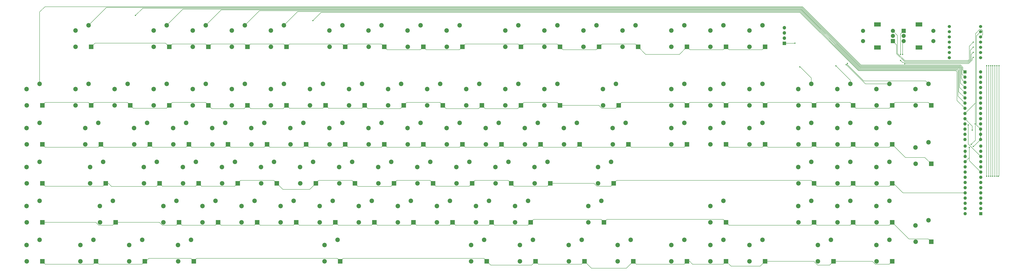
<source format=gbr>
%TF.GenerationSoftware,KiCad,Pcbnew,8.0.8*%
%TF.CreationDate,2025-11-12T22:54:25+00:00*%
%TF.ProjectId,Blueboard-Kicad,426c7565-626f-4617-9264-2d4b69636164,rev?*%
%TF.SameCoordinates,Original*%
%TF.FileFunction,Copper,L2,Bot*%
%TF.FilePolarity,Positive*%
%FSLAX46Y46*%
G04 Gerber Fmt 4.6, Leading zero omitted, Abs format (unit mm)*
G04 Created by KiCad (PCBNEW 8.0.8) date 2025-11-12 22:54:25*
%MOMM*%
%LPD*%
G01*
G04 APERTURE LIST*
%TA.AperFunction,ComponentPad*%
%ADD10C,2.200000*%
%TD*%
%TA.AperFunction,ComponentPad*%
%ADD11R,2.000000X2.000000*%
%TD*%
%TA.AperFunction,ComponentPad*%
%ADD12C,2.000000*%
%TD*%
%TA.AperFunction,ComponentPad*%
%ADD13R,3.200000X2.000000*%
%TD*%
%TA.AperFunction,ComponentPad*%
%ADD14R,1.700000X1.700000*%
%TD*%
%TA.AperFunction,ComponentPad*%
%ADD15O,1.700000X1.700000*%
%TD*%
%TA.AperFunction,ComponentPad*%
%ADD16R,1.600000X1.600000*%
%TD*%
%TA.AperFunction,ComponentPad*%
%ADD17O,1.600000X1.600000*%
%TD*%
%TA.AperFunction,ComponentPad*%
%ADD18C,1.524000*%
%TD*%
%TA.AperFunction,ComponentPad*%
%ADD19R,2.200000X2.200000*%
%TD*%
%TA.AperFunction,ComponentPad*%
%ADD20O,2.200000X2.200000*%
%TD*%
%TA.AperFunction,ViaPad*%
%ADD21C,0.600000*%
%TD*%
%TA.AperFunction,Conductor*%
%ADD22C,0.200000*%
%TD*%
G04 APERTURE END LIST*
D10*
%TO.P,SW53,1,1*%
%TO.N,C15*%
X324012500Y-174960000D03*
%TO.P,SW53,2,2*%
%TO.N,Net-(D75-A)*%
X317662500Y-177500000D03*
%TD*%
%TO.P,SW52,1,1*%
%TO.N,C14*%
X300200000Y-174960000D03*
%TO.P,SW52,2,2*%
%TO.N,Net-(D72-A)*%
X293850000Y-177500000D03*
%TD*%
%TO.P,SW98,1,1*%
%TO.N,C3*%
X88268750Y-232110000D03*
%TO.P,SW98,2,2*%
%TO.N,Net-(D16-A)*%
X81918750Y-234650000D03*
%TD*%
%TO.P,SW71,1,1*%
%TO.N,C11*%
X247812500Y-194010000D03*
%TO.P,SW71,2,2*%
%TO.N,Net-(D57-A)*%
X241462500Y-196550000D03*
%TD*%
%TO.P,SW58,1,1*%
%TO.N,C21*%
X433550000Y-174960000D03*
%TO.P,SW58,2,2*%
%TO.N,Net-(D99-A)*%
X427200000Y-177500000D03*
%TD*%
%TO.P,SW102,1,1*%
%TO.N,C11*%
X278768750Y-232110000D03*
%TO.P,SW102,2,2*%
%TO.N,Net-(D59-A)*%
X272418750Y-234650000D03*
%TD*%
%TO.P,SW100,1,1*%
%TO.N,C7*%
X183518750Y-232110000D03*
%TO.P,SW100,2,2*%
%TO.N,Net-(D38-A)*%
X177168750Y-234650000D03*
%TD*%
%TO.P,SW47,1,1*%
%TO.N,C9*%
X204950000Y-174960000D03*
%TO.P,SW47,2,2*%
%TO.N,Net-(D44-A)*%
X198600000Y-177500000D03*
%TD*%
%TO.P,SW61,1,1*%
%TO.N,C1*%
X38262500Y-194010000D03*
%TO.P,SW61,2,2*%
%TO.N,Net-(D4-A)*%
X31912500Y-196550000D03*
%TD*%
%TO.P,SW93,1,1*%
%TO.N,C21*%
X433550000Y-213060000D03*
%TO.P,SW93,2,2*%
%TO.N,Net-(D101-A)*%
X427200000Y-215600000D03*
%TD*%
%TO.P,SW30,1,1*%
%TO.N,C14*%
X290675000Y-155910000D03*
%TO.P,SW30,2,2*%
%TO.N,Net-(D66-A)*%
X284325000Y-158450000D03*
%TD*%
%TO.P,SW23,1,1*%
%TO.N,C7*%
X157325000Y-155910000D03*
%TO.P,SW23,2,2*%
%TO.N,Net-(D34-A)*%
X150975000Y-158450000D03*
%TD*%
D11*
%TO.P,ROT3,A,A*%
%TO.N,ENC1_B*%
X459500000Y-130000000D03*
D12*
%TO.P,ROT3,B,B*%
%TO.N,ENC1_A*%
X459500000Y-135000000D03*
%TO.P,ROT3,C,C*%
%TO.N,GND*%
X459500000Y-132500000D03*
D13*
%TO.P,ROT3,GND*%
X467000000Y-126900000D03*
X467000000Y-138100000D03*
D12*
%TO.P,ROT3,S1,S1*%
%TO.N,ENC1_SW*%
X474000000Y-135000000D03*
%TO.P,ROT3,S2,S2*%
%TO.N,GND*%
X474000000Y-130000000D03*
%TD*%
D10*
%TO.P,SW69,1,1*%
%TO.N,C9*%
X209712500Y-194010000D03*
%TO.P,SW69,2,2*%
%TO.N,Net-(D45-A)*%
X203362500Y-196550000D03*
%TD*%
%TO.P,SW37,1,1*%
%TO.N,C22*%
X452600000Y-155910000D03*
%TO.P,SW37,2,2*%
%TO.N,Net-(D102-A)*%
X446250000Y-158450000D03*
%TD*%
%TO.P,SW64,1,1*%
%TO.N,C4*%
X114462500Y-194010000D03*
%TO.P,SW64,2,2*%
%TO.N,Net-(D20-A)*%
X108112500Y-196550000D03*
%TD*%
%TO.P,SW65,1,1*%
%TO.N,C5*%
X133512500Y-194010000D03*
%TO.P,SW65,2,2*%
%TO.N,Net-(D26-A)*%
X127162500Y-196550000D03*
%TD*%
%TO.P,SW5,1,1*%
%TO.N,C7*%
X157325000Y-127335000D03*
%TO.P,SW5,2,2*%
%TO.N,Net-(D33-A)*%
X150975000Y-129875000D03*
%TD*%
%TO.P,SW105,1,1*%
%TO.N,C17*%
X352587500Y-232110000D03*
%TO.P,SW105,2,2*%
%TO.N,Net-(D85-A)*%
X346237500Y-234650000D03*
%TD*%
%TO.P,SW75,1,1*%
%TO.N,C20*%
X414500000Y-194010000D03*
%TO.P,SW75,2,2*%
%TO.N,Net-(D92-A)*%
X408150000Y-196550000D03*
%TD*%
%TO.P,SW82,1,1*%
%TO.N,C5*%
X143037500Y-213060000D03*
%TO.P,SW82,2,2*%
%TO.N,Net-(D27-A)*%
X136687500Y-215600000D03*
%TD*%
%TO.P,SW96,1,1*%
%TO.N,C1*%
X38262500Y-232110000D03*
%TO.P,SW96,2,2*%
%TO.N,Net-(D6-A)*%
X31912500Y-234650000D03*
%TD*%
%TO.P,SW85,1,1*%
%TO.N,C8*%
X200187500Y-213060000D03*
%TO.P,SW85,2,2*%
%TO.N,Net-(D42-A)*%
X193837500Y-215600000D03*
%TD*%
%TO.P,SW15,1,1*%
%TO.N,C18*%
X371637500Y-127335000D03*
%TO.P,SW15,2,2*%
%TO.N,Net-(D83-A)*%
X365287500Y-129875000D03*
%TD*%
%TO.P,SW86,1,1*%
%TO.N,C9*%
X219237500Y-213060000D03*
%TO.P,SW86,2,2*%
%TO.N,Net-(D46-A)*%
X212887500Y-215600000D03*
%TD*%
%TO.P,SW68,1,1*%
%TO.N,C8*%
X190662500Y-194010000D03*
%TO.P,SW68,2,2*%
%TO.N,Net-(D41-A)*%
X184312500Y-196550000D03*
%TD*%
%TO.P,SW87,1,1*%
%TO.N,C10*%
X238287500Y-213060000D03*
%TO.P,SW87,2,2*%
%TO.N,Net-(D52-A)*%
X231937500Y-215600000D03*
%TD*%
%TO.P,SW44,1,1*%
%TO.N,C6*%
X147800000Y-174960000D03*
%TO.P,SW44,2,2*%
%TO.N,Net-(D30-A)*%
X141450000Y-177500000D03*
%TD*%
%TO.P,SW88,1,1*%
%TO.N,C11*%
X257337500Y-213060000D03*
%TO.P,SW88,2,2*%
%TO.N,Net-(D58-A)*%
X250987500Y-215600000D03*
%TD*%
%TO.P,SW55,1,1*%
%TO.N,C18*%
X371637500Y-174960000D03*
%TO.P,SW55,2,2*%
%TO.N,Net-(D86-A)*%
X365287500Y-177500000D03*
%TD*%
%TO.P,SW83,1,1*%
%TO.N,C6*%
X162087500Y-213060000D03*
%TO.P,SW83,2,2*%
%TO.N,Net-(D32-A)*%
X155737500Y-215600000D03*
%TD*%
%TO.P,SW38,1,1*%
%TO.N,C23*%
X471650000Y-155910000D03*
%TO.P,SW38,2,2*%
%TO.N,Net-(D107-A)*%
X465300000Y-158450000D03*
%TD*%
%TO.P,SW13,1,1*%
%TO.N,C16*%
X328775000Y-127335000D03*
%TO.P,SW13,2,2*%
%TO.N,Net-(D79-A)*%
X322425000Y-129875000D03*
%TD*%
%TO.P,SW2,1,1*%
%TO.N,C4*%
X100175000Y-127335000D03*
%TO.P,SW2,2,2*%
%TO.N,Net-(D17-A)*%
X93825000Y-129875000D03*
%TD*%
%TO.P,SW107,1,1*%
%TO.N,C19*%
X390687500Y-232110000D03*
%TO.P,SW107,2,2*%
%TO.N,Net-(D93-A)*%
X384337500Y-234650000D03*
%TD*%
%TO.P,SW31,2,2*%
%TO.N,Net-(D74-A)*%
X312900000Y-158450000D03*
%TO.P,SW31,1,1*%
%TO.N,C15*%
X319250000Y-155910000D03*
%TD*%
%TO.P,SW11,1,1*%
%TO.N,C14*%
X290675000Y-127335000D03*
%TO.P,SW11,2,2*%
%TO.N,Net-(D77-A)*%
X284325000Y-129875000D03*
%TD*%
%TO.P,SW78,1,1*%
%TO.N,C1*%
X38262500Y-213060000D03*
%TO.P,SW78,2,2*%
%TO.N,Net-(D5-A)*%
X31912500Y-215600000D03*
%TD*%
%TO.P,SW73,1,1*%
%TO.N,C13*%
X285912500Y-194010000D03*
%TO.P,SW73,2,2*%
%TO.N,Net-(D69-A)*%
X279562500Y-196550000D03*
%TD*%
%TO.P,SW16,1,1*%
%TO.N,C19*%
X390687500Y-127335000D03*
%TO.P,SW16,2,2*%
%TO.N,Net-(D89-A)*%
X384337500Y-129875000D03*
%TD*%
%TO.P,SW29,1,1*%
%TO.N,C13*%
X271625000Y-155910000D03*
%TO.P,SW29,2,2*%
%TO.N,Net-(D67-A)*%
X265275000Y-158450000D03*
%TD*%
%TO.P,SW27,1,1*%
%TO.N,C11*%
X233525000Y-155910000D03*
%TO.P,SW27,2,2*%
%TO.N,Net-(D55-A)*%
X227175000Y-158450000D03*
%TD*%
%TO.P,SW90,1,1*%
%TO.N,C15*%
X312106250Y-213060000D03*
%TO.P,SW90,2,2*%
%TO.N,Net-(D70-A)*%
X305756250Y-215600000D03*
%TD*%
%TO.P,SW76,1,1*%
%TO.N,C21*%
X433550000Y-194010000D03*
%TO.P,SW76,2,2*%
%TO.N,Net-(D100-A)*%
X427200000Y-196550000D03*
%TD*%
%TO.P,SW22,1,1*%
%TO.N,C6*%
X138275000Y-155910000D03*
%TO.P,SW22,2,2*%
%TO.N,Net-(D29-A)*%
X131925000Y-158450000D03*
%TD*%
%TO.P,SW40,1,1*%
%TO.N,C2*%
X66837500Y-174960000D03*
%TO.P,SW40,2,2*%
%TO.N,Net-(D8-A)*%
X60487500Y-177500000D03*
%TD*%
%TO.P,SW34,1,1*%
%TO.N,C19*%
X390687500Y-155910000D03*
%TO.P,SW34,2,2*%
%TO.N,Net-(D90-A)*%
X384337500Y-158450000D03*
%TD*%
%TO.P,SW25,1,1*%
%TO.N,C9*%
X195425000Y-155910000D03*
%TO.P,SW25,2,2*%
%TO.N,Net-(D43-A)*%
X189075000Y-158450000D03*
%TD*%
%TO.P,SW66,1,1*%
%TO.N,C6*%
X152562500Y-194010000D03*
%TO.P,SW66,2,2*%
%TO.N,Net-(D31-A)*%
X146212500Y-196550000D03*
%TD*%
%TO.P,SW48,1,1*%
%TO.N,C10*%
X224000000Y-174960000D03*
%TO.P,SW48,2,2*%
%TO.N,Net-(D50-A)*%
X217650000Y-177500000D03*
%TD*%
%TO.P,SW14,1,1*%
%TO.N,C17*%
X352587500Y-127335000D03*
%TO.P,SW14,2,2*%
%TO.N,Net-(D80-A)*%
X346237500Y-129875000D03*
%TD*%
%TO.P,SW36,1,1*%
%TO.N,C21*%
X433550000Y-155910000D03*
%TO.P,SW36,2,2*%
%TO.N,Net-(D98-A)*%
X427200000Y-158450000D03*
%TD*%
%TO.P,SW79,1,1*%
%TO.N,C2*%
X73981250Y-213060000D03*
%TO.P,SW79,2,2*%
%TO.N,Net-(D10-A)*%
X67631250Y-215600000D03*
%TD*%
%TO.P,SW106,1,1*%
%TO.N,C18*%
X371637500Y-232110000D03*
%TO.P,SW106,2,2*%
%TO.N,Net-(D87-A)*%
X365287500Y-234650000D03*
%TD*%
D14*
%TO.P,J1,1,Pin_1*%
%TO.N,GND*%
X401385000Y-136080000D03*
D15*
%TO.P,J1,2,Pin_2*%
%TO.N,VCC*%
X401385000Y-133540000D03*
%TO.P,J1,3,Pin_3*%
%TO.N,SCL*%
X401385000Y-131000000D03*
%TO.P,J1,4,Pin_4*%
%TO.N,SDA*%
X401385000Y-128460000D03*
%TD*%
D11*
%TO.P,ROT2,A,A*%
%TO.N,ENC2_A*%
X454250000Y-135000000D03*
D12*
%TO.P,ROT2,B,B*%
%TO.N,ENC2_B*%
X454250000Y-130000000D03*
%TO.P,ROT2,C,C*%
%TO.N,GND*%
X454250000Y-132500000D03*
D13*
%TO.P,ROT2,GND*%
X446750000Y-138100000D03*
X446750000Y-126900000D03*
D12*
%TO.P,ROT2,S1,S1*%
%TO.N,ENC2_SW*%
X439750000Y-130000000D03*
%TO.P,ROT2,S2,S2*%
%TO.N,GND*%
X439750000Y-135000000D03*
%TD*%
D10*
%TO.P,SW17,1,1*%
%TO.N,C1*%
X38262500Y-155910000D03*
%TO.P,SW17,2,2*%
%TO.N,Net-(D1-A)*%
X31912500Y-158450000D03*
%TD*%
%TO.P,SW57,1,1*%
%TO.N,C20*%
X414500000Y-174960000D03*
%TO.P,SW57,2,2*%
%TO.N,Net-(D95-A)*%
X408150000Y-177500000D03*
%TD*%
%TO.P,SW97,1,1*%
%TO.N,C2*%
X64456250Y-232110000D03*
%TO.P,SW97,2,2*%
%TO.N,Net-(D11-A)*%
X58106250Y-234650000D03*
%TD*%
%TO.P,SW99,1,1*%
%TO.N,C4*%
X112081250Y-232110000D03*
%TO.P,SW99,2,2*%
%TO.N,Net-(D22-A)*%
X105731250Y-234650000D03*
%TD*%
%TO.P,SW32,1,1*%
%TO.N,C17*%
X352587500Y-155910000D03*
%TO.P,SW32,2,2*%
%TO.N,Net-(D81-A)*%
X346237500Y-158450000D03*
%TD*%
%TO.P,SW28,1,1*%
%TO.N,C12*%
X252575000Y-155910000D03*
%TO.P,SW28,2,2*%
%TO.N,Net-(D61-A)*%
X246225000Y-158450000D03*
%TD*%
%TO.P,SW24,1,1*%
%TO.N,C8*%
X176375000Y-155910000D03*
%TO.P,SW24,2,2*%
%TO.N,Net-(D39-A)*%
X170025000Y-158450000D03*
%TD*%
%TO.P,SW92,1,1*%
%TO.N,C20*%
X414500000Y-213060000D03*
%TO.P,SW92,2,2*%
%TO.N,Net-(D97-A)*%
X408150000Y-215600000D03*
%TD*%
D16*
%TO.P,U4,1,GPB0*%
%TO.N,C1*%
X489380000Y-150100000D03*
D17*
%TO.P,U4,2,GPB1*%
%TO.N,C2*%
X489380000Y-152640000D03*
%TO.P,U4,3,GPB2*%
%TO.N,C3*%
X489380000Y-155180000D03*
%TO.P,U4,4,GPB3*%
%TO.N,C4*%
X489380000Y-157720000D03*
%TO.P,U4,5,GPB4*%
%TO.N,C5*%
X489380000Y-160260000D03*
%TO.P,U4,6,GPB5*%
%TO.N,C6*%
X489380000Y-162800000D03*
%TO.P,U4,7,GPB6*%
%TO.N,C7*%
X489380000Y-165340000D03*
%TO.P,U4,8,GPB7*%
%TO.N,C8*%
X489380000Y-167880000D03*
%TO.P,U4,9,VDD*%
%TO.N,VCC*%
X489380000Y-170420000D03*
%TO.P,U4,10,VSS*%
%TO.N,GND*%
X489380000Y-172960000D03*
%TO.P,U4,11,NC*%
%TO.N,unconnected-(U4-NC-Pad11)*%
X489380000Y-175500000D03*
%TO.P,U4,12,SCK*%
%TO.N,SCL*%
X489380000Y-178040000D03*
%TO.P,U4,13,SDA*%
%TO.N,SDA*%
X489380000Y-180580000D03*
%TO.P,U4,14,NC*%
%TO.N,unconnected-(U4-NC-Pad14)*%
X489380000Y-183120000D03*
%TO.P,U4,15,A0*%
%TO.N,GND*%
X497000000Y-183120000D03*
%TO.P,U4,16,A1*%
X497000000Y-180580000D03*
%TO.P,U4,17,A2*%
X497000000Y-178040000D03*
%TO.P,U4,18,~{RESET}*%
%TO.N,VCC*%
X497000000Y-175500000D03*
%TO.P,U4,19,INTB*%
%TO.N,unconnected-(U4-INTB-Pad19)*%
X497000000Y-172960000D03*
%TO.P,U4,20,INTA*%
%TO.N,unconnected-(U4-INTA-Pad20)*%
X497000000Y-170420000D03*
%TO.P,U4,21,GPA0*%
%TO.N,C9*%
X497000000Y-167880000D03*
%TO.P,U4,22,GPA1*%
%TO.N,C10*%
X497000000Y-165340000D03*
%TO.P,U4,23,GPA2*%
%TO.N,C11*%
X497000000Y-162800000D03*
%TO.P,U4,24,GPA3*%
%TO.N,C12*%
X497000000Y-160260000D03*
%TO.P,U4,25,GPA4*%
%TO.N,C13*%
X497000000Y-157720000D03*
%TO.P,U4,26,GPA5*%
%TO.N,C14*%
X497000000Y-155180000D03*
%TO.P,U4,27,GPA6*%
%TO.N,C15*%
X497000000Y-152640000D03*
%TO.P,U4,28,GPA7*%
%TO.N,C16*%
X497000000Y-150100000D03*
%TD*%
D10*
%TO.P,SW46,1,1*%
%TO.N,C8*%
X185900000Y-174960000D03*
%TO.P,SW46,2,2*%
%TO.N,Net-(D40-A)*%
X179550000Y-177500000D03*
%TD*%
%TO.P,SW7,1,1*%
%TO.N,C10*%
X204950000Y-127335000D03*
%TO.P,SW7,2,2*%
%TO.N,Net-(D48-A)*%
X198600000Y-129875000D03*
%TD*%
%TO.P,SW6,1,1*%
%TO.N,C9*%
X185900000Y-127335000D03*
%TO.P,SW6,2,2*%
%TO.N,Net-(D47-A)*%
X179550000Y-129875000D03*
%TD*%
%TO.P,SW42,1,1*%
%TO.N,C4*%
X109700000Y-174960000D03*
%TO.P,SW42,2,2*%
%TO.N,Net-(D19-A)*%
X103350000Y-177500000D03*
%TD*%
%TO.P,SW62,1,1*%
%TO.N,C2*%
X69218750Y-194010000D03*
%TO.P,SW62,2,2*%
%TO.N,Net-(D9-A)*%
X62868750Y-196550000D03*
%TD*%
%TO.P,SW72,1,1*%
%TO.N,C12*%
X266862500Y-194010000D03*
%TO.P,SW72,2,2*%
%TO.N,Net-(D63-A)*%
X260512500Y-196550000D03*
%TD*%
%TO.P,SW20,1,1*%
%TO.N,C4*%
X100175000Y-155910000D03*
%TO.P,SW20,2,2*%
%TO.N,Net-(D18-A)*%
X93825000Y-158450000D03*
%TD*%
%TO.P,SW91,1,1*%
%TO.N,C18*%
X371637500Y-213060000D03*
%TO.P,SW91,2,2*%
%TO.N,Net-(D88-A)*%
X365287500Y-215600000D03*
%TD*%
%TO.P,SW41,1,1*%
%TO.N,C3*%
X90650000Y-174960000D03*
%TO.P,SW41,2,2*%
%TO.N,Net-(D13-A)*%
X84300000Y-177500000D03*
%TD*%
%TO.P,SW35,1,1*%
%TO.N,C20*%
X414500000Y-155910000D03*
%TO.P,SW35,2,2*%
%TO.N,Net-(D94-A)*%
X408150000Y-158450000D03*
%TD*%
%TO.P,SW67,1,1*%
%TO.N,C7*%
X171612500Y-194010000D03*
%TO.P,SW67,2,2*%
%TO.N,Net-(D36-A)*%
X165262500Y-196550000D03*
%TD*%
%TO.P,SW95,2,2*%
%TO.N,Net-(D110-A)*%
X465300000Y-225125000D03*
%TO.P,SW95,1,1*%
%TO.N,C23*%
X471650000Y-222585000D03*
%TD*%
%TO.P,SW9,1,1*%
%TO.N,C12*%
X243050000Y-127335000D03*
%TO.P,SW9,2,2*%
%TO.N,Net-(D60-A)*%
X236700000Y-129875000D03*
%TD*%
%TO.P,SW33,1,1*%
%TO.N,C18*%
X371637500Y-155910000D03*
%TO.P,SW33,2,2*%
%TO.N,Net-(D84-A)*%
X365287500Y-158450000D03*
%TD*%
%TO.P,SW70,1,1*%
%TO.N,C10*%
X228762500Y-194010000D03*
%TO.P,SW70,2,2*%
%TO.N,Net-(D51-A)*%
X222412500Y-196550000D03*
%TD*%
%TO.P,SW63,1,1*%
%TO.N,C3*%
X95412500Y-194010000D03*
%TO.P,SW63,2,2*%
%TO.N,Net-(D14-A)*%
X89062500Y-196550000D03*
%TD*%
D16*
%TO.P,U3,1,GPB0*%
%TO.N,C17*%
X497120000Y-219360000D03*
D17*
%TO.P,U3,2,GPB1*%
%TO.N,C18*%
X497120000Y-216820000D03*
%TO.P,U3,3,GPB2*%
%TO.N,C19*%
X497120000Y-214280000D03*
%TO.P,U3,4,GPB3*%
%TO.N,C20*%
X497120000Y-211740000D03*
%TO.P,U3,5,GPB4*%
%TO.N,C21*%
X497120000Y-209200000D03*
%TO.P,U3,6,GPB5*%
%TO.N,C22*%
X497120000Y-206660000D03*
%TO.P,U3,7,GPB6*%
%TO.N,C23*%
X497120000Y-204120000D03*
%TO.P,U3,8,GPB7*%
%TO.N,unconnected-(U3-GPB7-Pad8)*%
X497120000Y-201580000D03*
%TO.P,U3,9,VDD*%
%TO.N,VCC*%
X497120000Y-199040000D03*
%TO.P,U3,10,VSS*%
%TO.N,GND*%
X497120000Y-196500000D03*
%TO.P,U3,11,NC*%
%TO.N,unconnected-(U3-NC-Pad11)*%
X497120000Y-193960000D03*
%TO.P,U3,12,SCK*%
%TO.N,SCL*%
X497120000Y-191420000D03*
%TO.P,U3,13,SDA*%
%TO.N,SDA*%
X497120000Y-188880000D03*
%TO.P,U3,14,NC*%
%TO.N,unconnected-(U3-NC-Pad14)*%
X497120000Y-186340000D03*
%TO.P,U3,15,A0*%
%TO.N,VCC*%
X489500000Y-186340000D03*
%TO.P,U3,16,A1*%
%TO.N,GND*%
X489500000Y-188880000D03*
%TO.P,U3,17,A2*%
X489500000Y-191420000D03*
%TO.P,U3,18,~{RESET}*%
%TO.N,VCC*%
X489500000Y-193960000D03*
%TO.P,U3,19,INTB*%
%TO.N,unconnected-(U3-INTB-Pad19)*%
X489500000Y-196500000D03*
%TO.P,U3,20,INTA*%
%TO.N,unconnected-(U3-INTA-Pad20)*%
X489500000Y-199040000D03*
%TO.P,U3,21,GPA0*%
%TO.N,R1*%
X489500000Y-201580000D03*
%TO.P,U3,22,GPA1*%
%TO.N,R2*%
X489500000Y-204120000D03*
%TO.P,U3,23,GPA2*%
%TO.N,R3*%
X489500000Y-206660000D03*
%TO.P,U3,24,GPA3*%
%TO.N,R4*%
X489500000Y-209200000D03*
%TO.P,U3,25,GPA4*%
%TO.N,R5*%
X489500000Y-211740000D03*
%TO.P,U3,26,GPA5*%
%TO.N,R6*%
X489500000Y-214280000D03*
%TO.P,U3,27,GPA6*%
%TO.N,unconnected-(U3-GPA6-Pad27)*%
X489500000Y-216820000D03*
%TO.P,U3,28,GPA7*%
%TO.N,unconnected-(U3-GPA7-Pad28)*%
X489500000Y-219360000D03*
%TD*%
D10*
%TO.P,SW60,1,1*%
%TO.N,C23*%
X471650000Y-184485000D03*
%TO.P,SW60,2,2*%
%TO.N,Net-(D108-A)*%
X465300000Y-187025000D03*
%TD*%
%TO.P,SW51,1,1*%
%TO.N,C13*%
X281150000Y-174960000D03*
%TO.P,SW51,2,2*%
%TO.N,Net-(D68-A)*%
X274800000Y-177500000D03*
%TD*%
%TO.P,SW56,1,1*%
%TO.N,C19*%
X390687500Y-174960000D03*
%TO.P,SW56,2,2*%
%TO.N,Net-(D91-A)*%
X384337500Y-177500000D03*
%TD*%
%TO.P,SW80,1,1*%
%TO.N,C3*%
X104937500Y-213060000D03*
%TO.P,SW80,2,2*%
%TO.N,Net-(D15-A)*%
X98587500Y-215600000D03*
%TD*%
%TO.P,SW104,1,1*%
%TO.N,C15*%
X326393750Y-232110000D03*
%TO.P,SW104,2,2*%
%TO.N,Net-(D71-A)*%
X320043750Y-234650000D03*
%TD*%
%TO.P,SW89,1,1*%
%TO.N,C13*%
X276387500Y-213060000D03*
%TO.P,SW89,2,2*%
%TO.N,Net-(D64-A)*%
X270037500Y-215600000D03*
%TD*%
%TO.P,SW74,1,1*%
%TO.N,C15*%
X316868750Y-194010000D03*
%TO.P,SW74,2,2*%
%TO.N,Net-(D78-A)*%
X310518750Y-196550000D03*
%TD*%
%TO.P,SW94,1,1*%
%TO.N,C22*%
X452600000Y-213060000D03*
%TO.P,SW94,2,2*%
%TO.N,Net-(D105-A)*%
X446250000Y-215600000D03*
%TD*%
%TO.P,SW77,1,1*%
%TO.N,C22*%
X452600000Y-194010000D03*
%TO.P,SW77,2,2*%
%TO.N,Net-(D104-A)*%
X446250000Y-196550000D03*
%TD*%
%TO.P,SW39,1,1*%
%TO.N,C1*%
X38262500Y-174960000D03*
%TO.P,SW39,2,2*%
%TO.N,Net-(D3-A)*%
X31912500Y-177500000D03*
%TD*%
%TO.P,SW108,1,1*%
%TO.N,C20*%
X424025000Y-232110000D03*
%TO.P,SW108,2,2*%
%TO.N,Net-(D96-A)*%
X417675000Y-234650000D03*
%TD*%
%TO.P,SW84,1,1*%
%TO.N,C7*%
X181137500Y-213060000D03*
%TO.P,SW84,2,2*%
%TO.N,Net-(D37-A)*%
X174787500Y-215600000D03*
%TD*%
%TO.P,SW59,1,1*%
%TO.N,C22*%
X452600000Y-174960000D03*
%TO.P,SW59,2,2*%
%TO.N,Net-(D103-A)*%
X446250000Y-177500000D03*
%TD*%
%TO.P,SW21,1,1*%
%TO.N,C5*%
X119225000Y-155910000D03*
%TO.P,SW21,2,2*%
%TO.N,Net-(D24-A)*%
X112875000Y-158450000D03*
%TD*%
%TO.P,SW49,1,1*%
%TO.N,C11*%
X243050000Y-174960000D03*
%TO.P,SW49,2,2*%
%TO.N,Net-(D56-A)*%
X236700000Y-177500000D03*
%TD*%
%TO.P,SW103,1,1*%
%TO.N,C13*%
X302581250Y-232110000D03*
%TO.P,SW103,2,2*%
%TO.N,Net-(D65-A)*%
X296231250Y-234650000D03*
%TD*%
%TO.P,SW81,1,1*%
%TO.N,C4*%
X123987500Y-213060000D03*
%TO.P,SW81,2,2*%
%TO.N,Net-(D21-A)*%
X117637500Y-215600000D03*
%TD*%
%TO.P,SW109,1,1*%
%TO.N,C22*%
X452600000Y-232110000D03*
%TO.P,SW109,2,2*%
%TO.N,Net-(D106-A)*%
X446250000Y-234650000D03*
%TD*%
%TO.P,SW4,1,1*%
%TO.N,C6*%
X138275000Y-127335000D03*
%TO.P,SW4,2,2*%
%TO.N,Net-(D28-A)*%
X131925000Y-129875000D03*
%TD*%
%TO.P,SW26,1,1*%
%TO.N,C10*%
X214475000Y-155910000D03*
%TO.P,SW26,2,2*%
%TO.N,Net-(D49-A)*%
X208125000Y-158450000D03*
%TD*%
%TO.P,SW45,1,1*%
%TO.N,C7*%
X166850000Y-174960000D03*
%TO.P,SW45,2,2*%
%TO.N,Net-(D35-A)*%
X160500000Y-177500000D03*
%TD*%
%TO.P,SW19,1,1*%
%TO.N,C3*%
X81125000Y-155910000D03*
%TO.P,SW19,2,2*%
%TO.N,Net-(D12-A)*%
X74775000Y-158450000D03*
%TD*%
%TO.P,SW101,1,1*%
%TO.N,C10*%
X254956250Y-232110000D03*
%TO.P,SW101,2,2*%
%TO.N,Net-(D53-A)*%
X248606250Y-234650000D03*
%TD*%
%TO.P,SW54,1,1*%
%TO.N,C17*%
X352587500Y-174960000D03*
%TO.P,SW54,2,2*%
%TO.N,Net-(D82-A)*%
X346237500Y-177500000D03*
%TD*%
%TO.P,SW12,1,1*%
%TO.N,C15*%
X309725000Y-127335000D03*
%TO.P,SW12,2,2*%
%TO.N,Net-(D73-A)*%
X303375000Y-129875000D03*
%TD*%
D18*
%TO.P,U1,14,VBUS*%
%TO.N,unconnected-(U1-VBUS-Pad14)_1*%
X497000000Y-127880000D03*
%TO.P,U1,13,GND*%
%TO.N,GND*%
X497000000Y-130420000D03*
%TO.P,U1,12,VCC_3V3*%
%TO.N,VCC*%
X497000000Y-132960000D03*
%TO.P,U1,11,GPIO10/D10/MOSI*%
%TO.N,ENC2_B*%
X497000000Y-135500000D03*
%TO.P,U1,10,GPIO9/D9/MISO*%
%TO.N,ENC2_A*%
X497000000Y-138040000D03*
%TO.P,U1,9,GPIO8/D8/SCK*%
%TO.N,ENC1_B*%
X497000000Y-140580000D03*
%TO.P,U1,8,GPIO20/D7/RX*%
%TO.N,ENC1_A*%
X497000000Y-143120000D03*
%TO.P,U1,7,GPIO21/D6/TX*%
%TO.N,unconnected-(U1-GPIO21{slash}D6{slash}TX-Pad7)_1*%
X481760000Y-143120000D03*
%TO.P,U1,6,GPIO7/D5/SCL*%
%TO.N,SCL*%
X481760000Y-140580000D03*
%TO.P,U1,5,GPIO6/D4/SDA*%
%TO.N,SDA*%
X481760000Y-138040000D03*
%TO.P,U1,4,GPIO5/A3/D3*%
%TO.N,unconnected-(U1-GPIO5{slash}A3{slash}D3-Pad4)_1*%
X481760000Y-135500000D03*
%TO.P,U1,3,GPIO4/A2/D2*%
%TO.N,unconnected-(U1-GPIO4{slash}A2{slash}D2-Pad3)*%
X481760000Y-132960000D03*
%TO.P,U1,2,GPIO3/A1/D1*%
%TO.N,ENC1_SW*%
X481760000Y-130420000D03*
%TO.P,U1,1,GPIO2/A0/D0*%
%TO.N,ENC2_SW*%
X481760000Y-127880000D03*
%TD*%
D10*
%TO.P,SW1,1,1*%
%TO.N,C2*%
X62075000Y-127335000D03*
%TO.P,SW1,2,2*%
%TO.N,Net-(D2-A)*%
X55725000Y-129875000D03*
%TD*%
%TO.P,SW43,1,1*%
%TO.N,C5*%
X128750000Y-174960000D03*
%TO.P,SW43,2,2*%
%TO.N,Net-(D25-A)*%
X122400000Y-177500000D03*
%TD*%
%TO.P,SW8,1,1*%
%TO.N,C11*%
X224000000Y-127335000D03*
%TO.P,SW8,2,2*%
%TO.N,Net-(D54-A)*%
X217650000Y-129875000D03*
%TD*%
%TO.P,SW10,1,1*%
%TO.N,C13*%
X271625000Y-127335000D03*
%TO.P,SW10,2,2*%
%TO.N,Net-(D76-A)*%
X265275000Y-129875000D03*
%TD*%
%TO.P,SW50,1,1*%
%TO.N,C12*%
X262100000Y-174960000D03*
%TO.P,SW50,2,2*%
%TO.N,Net-(D62-A)*%
X255750000Y-177500000D03*
%TD*%
D19*
%TO.P,D37,1,K*%
%TO.N,R5*%
X182447500Y-223560000D03*
D20*
%TO.P,D37,2,A*%
%TO.N,Net-(D37-A)*%
X174827500Y-223560000D03*
%TD*%
D19*
%TO.P,D41,1,K*%
%TO.N,R4*%
X191972500Y-204510000D03*
D20*
%TO.P,D41,2,A*%
%TO.N,Net-(D41-A)*%
X184352500Y-204510000D03*
%TD*%
D19*
%TO.P,D28,1,K*%
%TO.N,R1*%
X139585000Y-137835000D03*
D20*
%TO.P,D28,2,A*%
%TO.N,Net-(D28-A)*%
X131965000Y-137835000D03*
%TD*%
D19*
%TO.P,D68,1,K*%
%TO.N,R3*%
X282460000Y-185460000D03*
D20*
%TO.P,D68,2,A*%
%TO.N,Net-(D68-A)*%
X274840000Y-185460000D03*
%TD*%
D19*
%TO.P,D53,1,K*%
%TO.N,R6*%
X256266250Y-242610000D03*
D20*
%TO.P,D53,2,A*%
%TO.N,Net-(D53-A)*%
X248646250Y-242610000D03*
%TD*%
D19*
%TO.P,D100,1,K*%
%TO.N,R4*%
X434860000Y-204510000D03*
D20*
%TO.P,D100,2,A*%
%TO.N,Net-(D100-A)*%
X427240000Y-204510000D03*
%TD*%
D19*
%TO.P,D98,1,K*%
%TO.N,R2*%
X434860000Y-166410000D03*
D20*
%TO.P,D98,2,A*%
%TO.N,Net-(D98-A)*%
X427240000Y-166410000D03*
%TD*%
D19*
%TO.P,D76,1,K*%
%TO.N,R1*%
X272935000Y-137835000D03*
D20*
%TO.P,D76,2,A*%
%TO.N,Net-(D76-A)*%
X265315000Y-137835000D03*
%TD*%
D19*
%TO.P,D99,1,K*%
%TO.N,R3*%
X434860000Y-185460000D03*
D20*
%TO.P,D99,2,A*%
%TO.N,Net-(D99-A)*%
X427240000Y-185460000D03*
%TD*%
D19*
%TO.P,D39,1,K*%
%TO.N,R2*%
X177685000Y-166410000D03*
D20*
%TO.P,D39,2,A*%
%TO.N,Net-(D39-A)*%
X170065000Y-166410000D03*
%TD*%
D19*
%TO.P,D86,1,K*%
%TO.N,R3*%
X372947500Y-185460000D03*
D20*
%TO.P,D86,2,A*%
%TO.N,Net-(D86-A)*%
X365327500Y-185460000D03*
%TD*%
D19*
%TO.P,D31,1,K*%
%TO.N,R4*%
X153872500Y-204510000D03*
D20*
%TO.P,D31,2,A*%
%TO.N,Net-(D31-A)*%
X146252500Y-204510000D03*
%TD*%
D19*
%TO.P,D49,1,K*%
%TO.N,R2*%
X215785000Y-166410000D03*
D20*
%TO.P,D49,2,A*%
%TO.N,Net-(D49-A)*%
X208165000Y-166410000D03*
%TD*%
D19*
%TO.P,D44,1,K*%
%TO.N,R3*%
X206260000Y-185460000D03*
D20*
%TO.P,D44,2,A*%
%TO.N,Net-(D44-A)*%
X198640000Y-185460000D03*
%TD*%
D19*
%TO.P,D47,1,K*%
%TO.N,R1*%
X187210000Y-137835000D03*
D20*
%TO.P,D47,2,A*%
%TO.N,Net-(D47-A)*%
X179590000Y-137835000D03*
%TD*%
D19*
%TO.P,D35,1,K*%
%TO.N,R3*%
X168160000Y-185460000D03*
D20*
%TO.P,D35,2,A*%
%TO.N,Net-(D35-A)*%
X160540000Y-185460000D03*
%TD*%
D19*
%TO.P,D40,1,K*%
%TO.N,R3*%
X187210000Y-185460000D03*
D20*
%TO.P,D40,2,A*%
%TO.N,Net-(D40-A)*%
X179590000Y-185460000D03*
%TD*%
D19*
%TO.P,D60,1,K*%
%TO.N,R1*%
X244360000Y-137835000D03*
D20*
%TO.P,D60,2,A*%
%TO.N,Net-(D60-A)*%
X236740000Y-137835000D03*
%TD*%
D19*
%TO.P,D23,1,K*%
%TO.N,R1*%
X120535000Y-137835000D03*
D20*
%TO.P,D23,2,A*%
%TO.N,Net-(D23-A)*%
X112915000Y-137835000D03*
%TD*%
D19*
%TO.P,D104,1,K*%
%TO.N,R4*%
X453910000Y-204510000D03*
D20*
%TO.P,D104,2,A*%
%TO.N,Net-(D104-A)*%
X446290000Y-204510000D03*
%TD*%
D19*
%TO.P,D43,1,K*%
%TO.N,R2*%
X196735000Y-166410000D03*
D20*
%TO.P,D43,2,A*%
%TO.N,Net-(D43-A)*%
X189115000Y-166410000D03*
%TD*%
D19*
%TO.P,D63,1,K*%
%TO.N,R4*%
X268172500Y-204510000D03*
D20*
%TO.P,D63,2,A*%
%TO.N,Net-(D63-A)*%
X260552500Y-204510000D03*
%TD*%
D19*
%TO.P,D8,1,K*%
%TO.N,R3*%
X68147500Y-185460000D03*
D20*
%TO.P,D8,2,A*%
%TO.N,Net-(D8-A)*%
X60527500Y-185460000D03*
%TD*%
D19*
%TO.P,D78,1,K*%
%TO.N,R4*%
X318178750Y-204510000D03*
D20*
%TO.P,D78,2,A*%
%TO.N,Net-(D78-A)*%
X310558750Y-204510000D03*
%TD*%
D19*
%TO.P,D16,1,K*%
%TO.N,R6*%
X89578750Y-242610000D03*
D20*
%TO.P,D16,2,A*%
%TO.N,Net-(D16-A)*%
X81958750Y-242610000D03*
%TD*%
D19*
%TO.P,D88,1,K*%
%TO.N,R5*%
X372947500Y-223560000D03*
D20*
%TO.P,D88,2,A*%
%TO.N,Net-(D88-A)*%
X365327500Y-223560000D03*
%TD*%
D19*
%TO.P,D33,1,K*%
%TO.N,R1*%
X158635000Y-137835000D03*
D20*
%TO.P,D33,2,A*%
%TO.N,Net-(D33-A)*%
X151015000Y-137835000D03*
%TD*%
D19*
%TO.P,D102,1,K*%
%TO.N,R2*%
X453910000Y-166410000D03*
D20*
%TO.P,D102,2,A*%
%TO.N,Net-(D102-A)*%
X446290000Y-166410000D03*
%TD*%
D19*
%TO.P,D21,1,K*%
%TO.N,R5*%
X125297500Y-223560000D03*
D20*
%TO.P,D21,2,A*%
%TO.N,Net-(D21-A)*%
X117677500Y-223560000D03*
%TD*%
D19*
%TO.P,D82,1,K*%
%TO.N,R3*%
X353897500Y-185460000D03*
D20*
%TO.P,D82,2,A*%
%TO.N,Net-(D82-A)*%
X346277500Y-185460000D03*
%TD*%
D19*
%TO.P,D72,1,K*%
%TO.N,R3*%
X301510000Y-185460000D03*
D20*
%TO.P,D72,2,A*%
%TO.N,Net-(D72-A)*%
X293890000Y-185460000D03*
%TD*%
D19*
%TO.P,D24,1,K*%
%TO.N,R2*%
X120535000Y-166410000D03*
D20*
%TO.P,D24,2,A*%
%TO.N,Net-(D24-A)*%
X112915000Y-166410000D03*
%TD*%
D19*
%TO.P,D55,1,K*%
%TO.N,R2*%
X234835000Y-166410000D03*
D20*
%TO.P,D55,2,A*%
%TO.N,Net-(D55-A)*%
X227215000Y-166410000D03*
%TD*%
D19*
%TO.P,D42,1,K*%
%TO.N,R5*%
X201497500Y-223560000D03*
D20*
%TO.P,D42,2,A*%
%TO.N,Net-(D42-A)*%
X193877500Y-223560000D03*
%TD*%
D19*
%TO.P,D87,1,K*%
%TO.N,R6*%
X372947500Y-242610000D03*
D20*
%TO.P,D87,2,A*%
%TO.N,Net-(D87-A)*%
X365327500Y-242610000D03*
%TD*%
D19*
%TO.P,D101,1,K*%
%TO.N,R5*%
X434860000Y-223560000D03*
D20*
%TO.P,D101,2,A*%
%TO.N,Net-(D101-A)*%
X427240000Y-223560000D03*
%TD*%
D19*
%TO.P,D48,1,K*%
%TO.N,R1*%
X206260000Y-137835000D03*
D20*
%TO.P,D48,2,A*%
%TO.N,Net-(D48-A)*%
X198640000Y-137835000D03*
%TD*%
D19*
%TO.P,D108,1,K*%
%TO.N,R3*%
X472960000Y-194985000D03*
D20*
%TO.P,D108,2,A*%
%TO.N,Net-(D108-A)*%
X465340000Y-194985000D03*
%TD*%
D19*
%TO.P,D58,1,K*%
%TO.N,R5*%
X258647500Y-223560000D03*
D20*
%TO.P,D58,2,A*%
%TO.N,Net-(D58-A)*%
X251027500Y-223560000D03*
%TD*%
D19*
%TO.P,D12,1,K*%
%TO.N,R2*%
X82435000Y-166410000D03*
D20*
%TO.P,D12,2,A*%
%TO.N,Net-(D12-A)*%
X74815000Y-166410000D03*
%TD*%
D19*
%TO.P,D38,1,K*%
%TO.N,R6*%
X184828750Y-242610000D03*
D20*
%TO.P,D38,2,A*%
%TO.N,Net-(D38-A)*%
X177208750Y-242610000D03*
%TD*%
D19*
%TO.P,D7,1,K*%
%TO.N,R2*%
X63385000Y-166410000D03*
D20*
%TO.P,D7,2,A*%
%TO.N,Net-(D7-A)*%
X55765000Y-166410000D03*
%TD*%
D19*
%TO.P,D105,1,K*%
%TO.N,R5*%
X453910000Y-223560000D03*
D20*
%TO.P,D105,2,A*%
%TO.N,Net-(D105-A)*%
X446290000Y-223560000D03*
%TD*%
D19*
%TO.P,D73,1,K*%
%TO.N,R1*%
X311035000Y-137835000D03*
D20*
%TO.P,D73,2,A*%
%TO.N,Net-(D73-A)*%
X303415000Y-137835000D03*
%TD*%
D19*
%TO.P,D6,1,K*%
%TO.N,R6*%
X39572500Y-242610000D03*
D20*
%TO.P,D6,2,A*%
%TO.N,Net-(D6-A)*%
X31952500Y-242610000D03*
%TD*%
D19*
%TO.P,D91,1,K*%
%TO.N,R3*%
X391997500Y-185460000D03*
D20*
%TO.P,D91,2,A*%
%TO.N,Net-(D91-A)*%
X384377500Y-185460000D03*
%TD*%
D19*
%TO.P,D103,1,K*%
%TO.N,R3*%
X453910000Y-185460000D03*
D20*
%TO.P,D103,2,A*%
%TO.N,Net-(D103-A)*%
X446290000Y-185460000D03*
%TD*%
D19*
%TO.P,D75,1,K*%
%TO.N,R3*%
X325322500Y-185460000D03*
D20*
%TO.P,D75,2,A*%
%TO.N,Net-(D75-A)*%
X317702500Y-185460000D03*
%TD*%
D19*
%TO.P,D22,1,K*%
%TO.N,R6*%
X113391250Y-242610000D03*
D20*
%TO.P,D22,2,A*%
%TO.N,Net-(D22-A)*%
X105771250Y-242610000D03*
%TD*%
D19*
%TO.P,D83,1,K*%
%TO.N,R1*%
X372947500Y-137835000D03*
D20*
%TO.P,D83,2,A*%
%TO.N,Net-(D83-A)*%
X365327500Y-137835000D03*
%TD*%
D19*
%TO.P,D27,1,K*%
%TO.N,R5*%
X144347500Y-223560000D03*
D20*
%TO.P,D27,2,A*%
%TO.N,Net-(D27-A)*%
X136727500Y-223560000D03*
%TD*%
D19*
%TO.P,D17,1,K*%
%TO.N,R1*%
X101485000Y-137835000D03*
D20*
%TO.P,D17,2,A*%
%TO.N,Net-(D17-A)*%
X93865000Y-137835000D03*
%TD*%
D19*
%TO.P,D19,1,K*%
%TO.N,R3*%
X111010000Y-185460000D03*
D20*
%TO.P,D19,2,A*%
%TO.N,Net-(D19-A)*%
X103390000Y-185460000D03*
%TD*%
D19*
%TO.P,D25,1,K*%
%TO.N,R3*%
X130060000Y-185460000D03*
D20*
%TO.P,D25,2,A*%
%TO.N,Net-(D25-A)*%
X122440000Y-185460000D03*
%TD*%
D19*
%TO.P,D96,1,K*%
%TO.N,R6*%
X425335000Y-242610000D03*
D20*
%TO.P,D96,2,A*%
%TO.N,Net-(D96-A)*%
X417715000Y-242610000D03*
%TD*%
D19*
%TO.P,D97,1,K*%
%TO.N,R5*%
X415810000Y-223560000D03*
D20*
%TO.P,D97,2,A*%
%TO.N,Net-(D97-A)*%
X408190000Y-223560000D03*
%TD*%
D19*
%TO.P,D71,1,K*%
%TO.N,R6*%
X327703750Y-242610000D03*
D20*
%TO.P,D71,2,A*%
%TO.N,Net-(D71-A)*%
X320083750Y-242610000D03*
%TD*%
D19*
%TO.P,D95,1,K*%
%TO.N,R3*%
X415810000Y-185460000D03*
D20*
%TO.P,D95,2,A*%
%TO.N,Net-(D95-A)*%
X408190000Y-185460000D03*
%TD*%
D19*
%TO.P,D13,1,K*%
%TO.N,R3*%
X91960000Y-185460000D03*
D20*
%TO.P,D13,2,A*%
%TO.N,Net-(D13-A)*%
X84340000Y-185460000D03*
%TD*%
D19*
%TO.P,D80,1,K*%
%TO.N,R1*%
X353897500Y-137835000D03*
D20*
%TO.P,D80,2,A*%
%TO.N,Net-(D80-A)*%
X346277500Y-137835000D03*
%TD*%
D19*
%TO.P,D110,1,K*%
%TO.N,R5*%
X472960000Y-233085000D03*
D20*
%TO.P,D110,2,A*%
%TO.N,Net-(D110-A)*%
X465340000Y-233085000D03*
%TD*%
D19*
%TO.P,D56,1,K*%
%TO.N,R3*%
X244360000Y-185460000D03*
D20*
%TO.P,D56,2,A*%
%TO.N,Net-(D56-A)*%
X236740000Y-185460000D03*
%TD*%
D19*
%TO.P,D85,1,K*%
%TO.N,R6*%
X353897500Y-242610000D03*
D20*
%TO.P,D85,2,A*%
%TO.N,Net-(D85-A)*%
X346277500Y-242610000D03*
%TD*%
D19*
%TO.P,D107,1,K*%
%TO.N,R2*%
X472960000Y-166410000D03*
D20*
%TO.P,D107,2,A*%
%TO.N,Net-(D107-A)*%
X465340000Y-166410000D03*
%TD*%
D19*
%TO.P,D90,1,K*%
%TO.N,R2*%
X391997500Y-166410000D03*
D20*
%TO.P,D90,2,A*%
%TO.N,Net-(D90-A)*%
X384377500Y-166410000D03*
%TD*%
D19*
%TO.P,D2,1,K*%
%TO.N,R1*%
X63385000Y-137835000D03*
D20*
%TO.P,D2,2,A*%
%TO.N,Net-(D2-A)*%
X55765000Y-137835000D03*
%TD*%
D19*
%TO.P,D15,1,K*%
%TO.N,R5*%
X106247500Y-223560000D03*
D20*
%TO.P,D15,2,A*%
%TO.N,Net-(D15-A)*%
X98627500Y-223560000D03*
%TD*%
D19*
%TO.P,D70,1,K*%
%TO.N,R5*%
X313416250Y-223560000D03*
D20*
%TO.P,D70,2,A*%
%TO.N,Net-(D70-A)*%
X305796250Y-223560000D03*
%TD*%
D19*
%TO.P,D57,1,K*%
%TO.N,R4*%
X249122500Y-204510000D03*
D20*
%TO.P,D57,2,A*%
%TO.N,Net-(D57-A)*%
X241502500Y-204510000D03*
%TD*%
D19*
%TO.P,D20,1,K*%
%TO.N,R4*%
X115772500Y-204510000D03*
D20*
%TO.P,D20,2,A*%
%TO.N,Net-(D20-A)*%
X108152500Y-204510000D03*
%TD*%
D19*
%TO.P,D30,1,K*%
%TO.N,R3*%
X149110000Y-185460000D03*
D20*
%TO.P,D30,2,A*%
%TO.N,Net-(D30-A)*%
X141490000Y-185460000D03*
%TD*%
D19*
%TO.P,D11,1,K*%
%TO.N,R6*%
X65766250Y-242610000D03*
D20*
%TO.P,D11,2,A*%
%TO.N,Net-(D11-A)*%
X58146250Y-242610000D03*
%TD*%
D19*
%TO.P,D84,1,K*%
%TO.N,R2*%
X372947500Y-166410000D03*
D20*
%TO.P,D84,2,A*%
%TO.N,Net-(D84-A)*%
X365327500Y-166410000D03*
%TD*%
D19*
%TO.P,D51,1,K*%
%TO.N,R4*%
X230072500Y-204510000D03*
D20*
%TO.P,D51,2,A*%
%TO.N,Net-(D51-A)*%
X222452500Y-204510000D03*
%TD*%
D19*
%TO.P,D29,1,K*%
%TO.N,R2*%
X139585000Y-166410000D03*
D20*
%TO.P,D29,2,A*%
%TO.N,Net-(D29-A)*%
X131965000Y-166410000D03*
%TD*%
D19*
%TO.P,D106,1,K*%
%TO.N,R6*%
X453910000Y-242610000D03*
D20*
%TO.P,D106,2,A*%
%TO.N,Net-(D106-A)*%
X446290000Y-242610000D03*
%TD*%
D19*
%TO.P,D32,1,K*%
%TO.N,R5*%
X163397500Y-223560000D03*
D20*
%TO.P,D32,2,A*%
%TO.N,Net-(D32-A)*%
X155777500Y-223560000D03*
%TD*%
D19*
%TO.P,D79,1,K*%
%TO.N,R1*%
X330085000Y-137835000D03*
D20*
%TO.P,D79,2,A*%
%TO.N,Net-(D79-A)*%
X322465000Y-137835000D03*
%TD*%
D19*
%TO.P,D46,1,K*%
%TO.N,R5*%
X220547500Y-223560000D03*
D20*
%TO.P,D46,2,A*%
%TO.N,Net-(D46-A)*%
X212927500Y-223560000D03*
%TD*%
%TO.P,D3,2,A*%
%TO.N,Net-(D3-A)*%
X31952500Y-185460000D03*
D19*
%TO.P,D3,1,K*%
%TO.N,R3*%
X39572500Y-185460000D03*
%TD*%
%TO.P,D14,1,K*%
%TO.N,R4*%
X96722500Y-204510000D03*
D20*
%TO.P,D14,2,A*%
%TO.N,Net-(D14-A)*%
X89102500Y-204510000D03*
%TD*%
D19*
%TO.P,D92,1,K*%
%TO.N,R4*%
X415810000Y-204510000D03*
D20*
%TO.P,D92,2,A*%
%TO.N,Net-(D92-A)*%
X408190000Y-204510000D03*
%TD*%
D19*
%TO.P,D18,1,K*%
%TO.N,R2*%
X101485000Y-166410000D03*
D20*
%TO.P,D18,2,A*%
%TO.N,Net-(D18-A)*%
X93865000Y-166410000D03*
%TD*%
D19*
%TO.P,D50,1,K*%
%TO.N,R3*%
X225310000Y-185460000D03*
D20*
%TO.P,D50,2,A*%
%TO.N,Net-(D50-A)*%
X217690000Y-185460000D03*
%TD*%
D19*
%TO.P,D81,1,K*%
%TO.N,R2*%
X353897500Y-166410000D03*
D20*
%TO.P,D81,2,A*%
%TO.N,Net-(D81-A)*%
X346277500Y-166410000D03*
%TD*%
D19*
%TO.P,D65,1,K*%
%TO.N,R6*%
X303891250Y-242610000D03*
D20*
%TO.P,D65,2,A*%
%TO.N,Net-(D65-A)*%
X296271250Y-242610000D03*
%TD*%
D19*
%TO.P,D5,1,K*%
%TO.N,R5*%
X39572500Y-223560000D03*
D20*
%TO.P,D5,2,A*%
%TO.N,Net-(D5-A)*%
X31952500Y-223560000D03*
%TD*%
D19*
%TO.P,D67,1,K*%
%TO.N,R2*%
X272935000Y-166410000D03*
D20*
%TO.P,D67,2,A*%
%TO.N,Net-(D67-A)*%
X265315000Y-166410000D03*
%TD*%
D19*
%TO.P,D61,1,K*%
%TO.N,R2*%
X253885000Y-166410000D03*
D20*
%TO.P,D61,2,A*%
%TO.N,Net-(D61-A)*%
X246265000Y-166410000D03*
%TD*%
D19*
%TO.P,D66,1,K*%
%TO.N,R2*%
X291985000Y-166410000D03*
D20*
%TO.P,D66,2,A*%
%TO.N,Net-(D66-A)*%
X284365000Y-166410000D03*
%TD*%
D19*
%TO.P,D52,1,K*%
%TO.N,R5*%
X239597500Y-223560000D03*
D20*
%TO.P,D52,2,A*%
%TO.N,Net-(D52-A)*%
X231977500Y-223560000D03*
%TD*%
D19*
%TO.P,D59,1,K*%
%TO.N,R6*%
X280078750Y-242610000D03*
D20*
%TO.P,D59,2,A*%
%TO.N,Net-(D59-A)*%
X272458750Y-242610000D03*
%TD*%
D19*
%TO.P,D93,1,K*%
%TO.N,R6*%
X391997500Y-242610000D03*
D20*
%TO.P,D93,2,A*%
%TO.N,Net-(D93-A)*%
X384377500Y-242610000D03*
%TD*%
D19*
%TO.P,D77,1,K*%
%TO.N,R1*%
X291985000Y-137835000D03*
D20*
%TO.P,D77,2,A*%
%TO.N,Net-(D77-A)*%
X284365000Y-137835000D03*
%TD*%
D19*
%TO.P,D26,1,K*%
%TO.N,R4*%
X134822500Y-204510000D03*
D20*
%TO.P,D26,2,A*%
%TO.N,Net-(D26-A)*%
X127202500Y-204510000D03*
%TD*%
D19*
%TO.P,D64,1,K*%
%TO.N,R5*%
X277697500Y-223560000D03*
D20*
%TO.P,D64,2,A*%
%TO.N,Net-(D64-A)*%
X270077500Y-223560000D03*
%TD*%
D19*
%TO.P,D74,1,K*%
%TO.N,R2*%
X320560000Y-166410000D03*
D20*
%TO.P,D74,2,A*%
%TO.N,Net-(D74-A)*%
X312940000Y-166410000D03*
%TD*%
D19*
%TO.P,D9,1,K*%
%TO.N,R4*%
X70528750Y-204510000D03*
D20*
%TO.P,D9,2,A*%
%TO.N,Net-(D9-A)*%
X62908750Y-204510000D03*
%TD*%
D19*
%TO.P,D45,1,K*%
%TO.N,R4*%
X211022500Y-204510000D03*
D20*
%TO.P,D45,2,A*%
%TO.N,Net-(D45-A)*%
X203402500Y-204510000D03*
%TD*%
D19*
%TO.P,D69,1,K*%
%TO.N,R4*%
X287222500Y-204510000D03*
D20*
%TO.P,D69,2,A*%
%TO.N,Net-(D69-A)*%
X279602500Y-204510000D03*
%TD*%
D19*
%TO.P,D89,1,K*%
%TO.N,R1*%
X391997500Y-137835000D03*
D20*
%TO.P,D89,2,A*%
%TO.N,Net-(D89-A)*%
X384377500Y-137835000D03*
%TD*%
D19*
%TO.P,D34,1,K*%
%TO.N,R2*%
X158635000Y-166410000D03*
D20*
%TO.P,D34,2,A*%
%TO.N,Net-(D34-A)*%
X151015000Y-166410000D03*
%TD*%
D19*
%TO.P,D36,1,K*%
%TO.N,R4*%
X172922500Y-204510000D03*
D20*
%TO.P,D36,2,A*%
%TO.N,Net-(D36-A)*%
X165302500Y-204510000D03*
%TD*%
D19*
%TO.P,D1,1,K*%
%TO.N,R2*%
X39572500Y-166410000D03*
D20*
%TO.P,D1,2,A*%
%TO.N,Net-(D1-A)*%
X31952500Y-166410000D03*
%TD*%
D19*
%TO.P,D62,1,K*%
%TO.N,R3*%
X263410000Y-185460000D03*
D20*
%TO.P,D62,2,A*%
%TO.N,Net-(D62-A)*%
X255790000Y-185460000D03*
%TD*%
D19*
%TO.P,D4,1,K*%
%TO.N,R4*%
X39572500Y-204510000D03*
D20*
%TO.P,D4,2,A*%
%TO.N,Net-(D4-A)*%
X31952500Y-204510000D03*
%TD*%
D19*
%TO.P,D94,1,K*%
%TO.N,R2*%
X415810000Y-166410000D03*
D20*
%TO.P,D94,2,A*%
%TO.N,Net-(D94-A)*%
X408190000Y-166410000D03*
%TD*%
D19*
%TO.P,D10,1,K*%
%TO.N,R5*%
X75291250Y-223560000D03*
D20*
%TO.P,D10,2,A*%
%TO.N,Net-(D10-A)*%
X67671250Y-223560000D03*
%TD*%
D10*
%TO.P,SW18,2,2*%
%TO.N,Net-(D7-A)*%
X55725000Y-158450000D03*
%TO.P,SW18,1,1*%
%TO.N,C2*%
X62075000Y-155910000D03*
%TD*%
%TO.P,SW3,1,1*%
%TO.N,C5*%
X119225000Y-127335000D03*
%TO.P,SW3,2,2*%
%TO.N,Net-(D23-A)*%
X112875000Y-129875000D03*
%TD*%
D19*
%TO.P,D54,1,K*%
%TO.N,R1*%
X225310000Y-137835000D03*
D20*
%TO.P,D54,2,A*%
%TO.N,Net-(D54-A)*%
X217690000Y-137835000D03*
%TD*%
D21*
%TO.N,C23*%
X432065687Y-145934313D03*
%TO.N,C22*%
X431500000Y-146500000D03*
%TO.N,C21*%
X426500000Y-147100000D03*
%TO.N,C20*%
X408903971Y-147596029D03*
%TO.N,C17*%
X506000000Y-147000000D03*
%TO.N,C18*%
X505000000Y-147000000D03*
%TO.N,C19*%
X504000000Y-147000000D03*
%TO.N,C20*%
X503000000Y-147000000D03*
%TO.N,C21*%
X502000000Y-147000000D03*
%TO.N,C22*%
X501000000Y-147000000D03*
%TO.N,C23*%
X500000000Y-147000000D03*
X500000000Y-201000000D03*
%TO.N,C22*%
X501000000Y-201000000D03*
%TO.N,C21*%
X502000000Y-201000000D03*
%TO.N,C20*%
X503000000Y-201000000D03*
%TO.N,C19*%
X504000000Y-201000000D03*
%TO.N,C18*%
X505000000Y-201000000D03*
%TO.N,C17*%
X505800003Y-201000000D03*
%TO.N,C3*%
X85000000Y-122500000D03*
%TO.N,C8*%
X171500000Y-125000000D03*
%TO.N,ENC1_B*%
X458000000Y-141500000D03*
%TO.N,ENC1_A*%
X459000000Y-141500000D03*
%TO.N,ENC1_B*%
X458000000Y-144500000D03*
%TO.N,ENC1_A*%
X460000000Y-146100000D03*
%TO.N,ENC2_B*%
X493500000Y-135500000D03*
%TO.N,ENC2_A*%
X493500000Y-138000000D03*
%TO.N,ENC1_B*%
X493500000Y-140500000D03*
%TO.N,ENC1_A*%
X493500000Y-143000000D03*
%TO.N,GND*%
X493000000Y-178500000D03*
%TO.N,VCC*%
X491500000Y-187000000D03*
%TO.N,GND*%
X493500000Y-186500000D03*
%TO.N,VCC*%
X492500000Y-185500000D03*
X494400000Y-175500000D03*
%TO.N,SCL*%
X491000000Y-176000000D03*
%TO.N,GND*%
X406500000Y-136000000D03*
%TD*%
D22*
%TO.N,C20*%
X409096029Y-147596029D02*
X414500000Y-153000000D01*
X408903971Y-147596029D02*
X409096029Y-147596029D01*
X414500000Y-153000000D02*
X414500000Y-155910000D01*
%TO.N,C23*%
X440075686Y-154510000D02*
X470250000Y-154510000D01*
X432100000Y-146534314D02*
X440075686Y-154510000D01*
X432100000Y-145968626D02*
X432100000Y-146534314D01*
X432065687Y-145934313D02*
X432100000Y-145968626D01*
X470250000Y-154510000D02*
X471650000Y-155910000D01*
%TO.N,C22*%
X440910000Y-155910000D02*
X452600000Y-155910000D01*
X431500000Y-146500000D02*
X440910000Y-155910000D01*
%TO.N,C21*%
X433550000Y-154150000D02*
X433550000Y-155910000D01*
X426500000Y-147100000D02*
X433550000Y-154150000D01*
%TO.N,C17*%
X506000000Y-166000000D02*
X506000000Y-147000000D01*
%TO.N,C18*%
X505000000Y-166000000D02*
X505000000Y-147000000D01*
%TO.N,C19*%
X504000000Y-147000000D02*
X504000000Y-201000000D01*
%TO.N,C20*%
X503000000Y-201000000D02*
X503000000Y-147000000D01*
%TO.N,C21*%
X502000000Y-201000000D02*
X502000000Y-147000000D01*
%TO.N,C22*%
X501000000Y-201000000D02*
X501000000Y-147000000D01*
%TO.N,C23*%
X500000000Y-166000000D02*
X500000000Y-147000000D01*
%TO.N,C18*%
X505000000Y-201000000D02*
X505000000Y-166000000D01*
%TO.N,C17*%
X506000000Y-200800003D02*
X506000000Y-166000000D01*
X505800003Y-201000000D02*
X506000000Y-200800003D01*
%TO.N,C23*%
X500000000Y-201000000D02*
X500000000Y-166000000D01*
%TO.N,R4*%
X459200000Y-209200000D02*
X454510000Y-204510000D01*
X489500000Y-209200000D02*
X459200000Y-209200000D01*
X454510000Y-204510000D02*
X453910000Y-204510000D01*
%TO.N,C1*%
X433000000Y-141000000D02*
X410434314Y-118434315D01*
X38262500Y-120762500D02*
X38262500Y-155910000D01*
X438700000Y-146700000D02*
X433000000Y-141000000D01*
X488400000Y-147834314D02*
X487265686Y-146700000D01*
X40825000Y-118200000D02*
X38262500Y-120762500D01*
X410200000Y-118200000D02*
X40825000Y-118200000D01*
X488400000Y-149120000D02*
X488400000Y-147834314D01*
X410434314Y-118434315D02*
X410200000Y-118200000D01*
X487265686Y-146700000D02*
X438700000Y-146700000D01*
X489380000Y-150100000D02*
X488400000Y-149120000D01*
%TO.N,R1*%
X65220000Y-136000000D02*
X99650000Y-136000000D01*
X99650000Y-136000000D02*
X101485000Y-137835000D01*
X63385000Y-137835000D02*
X65220000Y-136000000D01*
%TO.N,C2*%
X70810000Y-118600000D02*
X62075000Y-127335000D01*
X410034314Y-118600000D02*
X70810000Y-118600000D01*
X487100000Y-147100000D02*
X438534314Y-147100000D01*
X438534314Y-147100000D02*
X410034314Y-118600000D01*
X488000000Y-151260000D02*
X488000000Y-148000000D01*
X489380000Y-152640000D02*
X488000000Y-151260000D01*
X488000000Y-148000000D02*
X487100000Y-147100000D01*
%TO.N,C3*%
X88500000Y-119000000D02*
X85000000Y-122500000D01*
X409868629Y-119000000D02*
X88500000Y-119000000D01*
X438368629Y-147500000D02*
X409868629Y-119000000D01*
X487600000Y-153100000D02*
X487600000Y-148165686D01*
X488000000Y-153500000D02*
X487600000Y-153100000D01*
X488000000Y-153900000D02*
X488000000Y-153500000D01*
X489280000Y-155180000D02*
X488000000Y-153900000D01*
X487600000Y-148165686D02*
X486934314Y-147500000D01*
X486934314Y-147500000D02*
X438368629Y-147500000D01*
X489380000Y-155180000D02*
X489280000Y-155180000D01*
%TO.N,C4*%
X409702943Y-119400000D02*
X108110000Y-119400000D01*
X108110000Y-119400000D02*
X100175000Y-127335000D01*
X486768628Y-147900000D02*
X438202943Y-147900000D01*
X438202943Y-147900000D02*
X409702943Y-119400000D01*
X487200000Y-155540000D02*
X487200000Y-148331372D01*
X489380000Y-157720000D02*
X487200000Y-155540000D01*
X487200000Y-148331372D02*
X486768628Y-147900000D01*
%TO.N,C5*%
X409537258Y-119800000D02*
X433000000Y-143262742D01*
X126760000Y-119800000D02*
X409537258Y-119800000D01*
X119225000Y-127335000D02*
X126760000Y-119800000D01*
%TO.N,C6*%
X437871571Y-148700000D02*
X409371571Y-120200000D01*
X409371571Y-120200000D02*
X145410000Y-120200000D01*
X486400000Y-149100000D02*
X486000000Y-148700000D01*
X145410000Y-120200000D02*
X138275000Y-127335000D01*
X486400000Y-159820000D02*
X486400000Y-149100000D01*
X486000000Y-148700000D02*
X437871571Y-148700000D01*
X489380000Y-162800000D02*
X486400000Y-159820000D01*
%TO.N,C7*%
X164060000Y-120600000D02*
X157325000Y-127335000D01*
X409165686Y-120600000D02*
X164060000Y-120600000D01*
X437665686Y-149100000D02*
X409165686Y-120600000D01*
X437705885Y-149100000D02*
X437665686Y-149100000D01*
%TO.N,C8*%
X175500000Y-121000000D02*
X171500000Y-125000000D01*
X409000000Y-121000000D02*
X393500000Y-121000000D01*
X393500000Y-121000000D02*
X175500000Y-121000000D01*
X432500000Y-144500000D02*
X409000000Y-121000000D01*
X437500000Y-149500000D02*
X432500000Y-144500000D01*
X485500000Y-150000000D02*
X485000000Y-149500000D01*
X485500000Y-164000000D02*
X485500000Y-150000000D01*
X489380000Y-167880000D02*
X485500000Y-164000000D01*
X485000000Y-149500000D02*
X437500000Y-149500000D01*
%TO.N,C7*%
X485600000Y-149100000D02*
X437705885Y-149100000D01*
X486000000Y-149500000D02*
X485600000Y-149100000D01*
X486000000Y-161960000D02*
X486000000Y-149500000D01*
X489380000Y-165340000D02*
X486000000Y-161960000D01*
%TO.N,C5*%
X438037257Y-148300000D02*
X433000000Y-143262742D01*
X486602942Y-148300000D02*
X438037257Y-148300000D01*
X486800000Y-157680000D02*
X486800000Y-148497058D01*
X489380000Y-160260000D02*
X486800000Y-157680000D01*
X486800000Y-148497058D02*
X486602942Y-148300000D01*
%TO.N,R6*%
X452510000Y-244010000D02*
X453910000Y-242610000D01*
X445710101Y-244010000D02*
X452510000Y-244010000D01*
X444310101Y-242610000D02*
X445710101Y-244010000D01*
X425335000Y-242610000D02*
X444310101Y-242610000D01*
X423445000Y-244500000D02*
X425335000Y-242610000D01*
X415735101Y-242610000D02*
X417625101Y-244500000D01*
X417625101Y-244500000D02*
X423445000Y-244500000D01*
X391997500Y-242610000D02*
X415735101Y-242610000D01*
X375337500Y-245000000D02*
X389607500Y-245000000D01*
X372947500Y-242610000D02*
X375337500Y-245000000D01*
X389607500Y-245000000D02*
X391997500Y-242610000D01*
X371547500Y-244010000D02*
X372947500Y-242610000D01*
X355197500Y-242610000D02*
X356597500Y-244010000D01*
X353897500Y-242610000D02*
X355197500Y-242610000D01*
X356597500Y-244010000D02*
X371547500Y-244010000D01*
X329103750Y-244010000D02*
X352497500Y-244010000D01*
X352497500Y-244010000D02*
X353897500Y-242610000D01*
X327703750Y-242610000D02*
X329103750Y-244010000D01*
X324313750Y-246000000D02*
X327703750Y-242610000D01*
X307281250Y-246000000D02*
X324313750Y-246000000D01*
X303891250Y-242610000D02*
X307281250Y-246000000D01*
X302491250Y-244010000D02*
X303891250Y-242610000D01*
X281478750Y-244010000D02*
X302491250Y-244010000D01*
X280078750Y-242610000D02*
X281478750Y-244010000D01*
X278188750Y-244500000D02*
X280078750Y-242610000D01*
X258156250Y-244500000D02*
X278188750Y-244500000D01*
X256266250Y-242610000D02*
X258156250Y-244500000D01*
X254866250Y-241210000D02*
X256266250Y-242610000D01*
X186228750Y-241210000D02*
X254866250Y-241210000D01*
X184828750Y-242610000D02*
X186228750Y-241210000D01*
X183428750Y-241210000D02*
X184828750Y-242610000D01*
X114791250Y-241210000D02*
X183428750Y-241210000D01*
X113391250Y-242610000D02*
X114791250Y-241210000D01*
X111991250Y-241210000D02*
X113391250Y-242610000D01*
X91510000Y-241210000D02*
X111991250Y-241210000D01*
X90110000Y-242610000D02*
X91510000Y-241210000D01*
X89578750Y-242610000D02*
X90110000Y-242610000D01*
X88178750Y-244010000D02*
X89578750Y-242610000D01*
X67166250Y-244010000D02*
X88178750Y-244010000D01*
X65766250Y-242610000D02*
X67166250Y-244010000D01*
X64366250Y-244010000D02*
X65766250Y-242610000D01*
X39572500Y-242610000D02*
X40972500Y-244010000D01*
X40972500Y-244010000D02*
X64366250Y-244010000D01*
%TO.N,R5*%
X65691351Y-223560000D02*
X39572500Y-223560000D01*
X67091351Y-224960000D02*
X65691351Y-223560000D01*
X73891250Y-224960000D02*
X67091351Y-224960000D01*
X75291250Y-223560000D02*
X73891250Y-224960000D01*
X96647601Y-223560000D02*
X75291250Y-223560000D01*
X104847500Y-224960000D02*
X98047601Y-224960000D01*
X106247500Y-223560000D02*
X104847500Y-224960000D01*
X98047601Y-224960000D02*
X96647601Y-223560000D01*
X123897500Y-224960000D02*
X107647500Y-224960000D01*
X107647500Y-224960000D02*
X106247500Y-223560000D01*
X125297500Y-223560000D02*
X123897500Y-224960000D01*
X142947500Y-224960000D02*
X126697500Y-224960000D01*
X144347500Y-223560000D02*
X142947500Y-224960000D01*
X126697500Y-224960000D02*
X125297500Y-223560000D01*
X145747500Y-224960000D02*
X144347500Y-223560000D01*
X161997500Y-224960000D02*
X145747500Y-224960000D01*
X163397500Y-223560000D02*
X161997500Y-224960000D01*
X164797500Y-224960000D02*
X163397500Y-223560000D01*
X181047500Y-224960000D02*
X164797500Y-224960000D01*
X182447500Y-223560000D02*
X181047500Y-224960000D01*
X183847500Y-224960000D02*
X182447500Y-223560000D01*
X200097500Y-224960000D02*
X183847500Y-224960000D01*
X201497500Y-223560000D02*
X200097500Y-224960000D01*
X202897500Y-224960000D02*
X201497500Y-223560000D01*
X219147500Y-224960000D02*
X202897500Y-224960000D01*
X220547500Y-223560000D02*
X219147500Y-224960000D01*
X221947500Y-224960000D02*
X220547500Y-223560000D01*
X238197500Y-224960000D02*
X221947500Y-224960000D01*
X239597500Y-223560000D02*
X238197500Y-224960000D01*
X240997500Y-224960000D02*
X239597500Y-223560000D01*
X257247500Y-224960000D02*
X240997500Y-224960000D01*
X258647500Y-223560000D02*
X257247500Y-224960000D01*
X260047500Y-224960000D02*
X258647500Y-223560000D01*
X276297500Y-224960000D02*
X260047500Y-224960000D01*
X277697500Y-223560000D02*
X276297500Y-224960000D01*
X312016250Y-222160000D02*
X279097500Y-222160000D01*
X279097500Y-222160000D02*
X277697500Y-223560000D01*
X313416250Y-223560000D02*
X312016250Y-222160000D01*
X314816250Y-222160000D02*
X313416250Y-223560000D01*
X372947500Y-223560000D02*
X371547500Y-222160000D01*
X371547500Y-222160000D02*
X314816250Y-222160000D01*
X374347500Y-224960000D02*
X372947500Y-223560000D01*
X414410000Y-224960000D02*
X374347500Y-224960000D01*
X415810000Y-223560000D02*
X414410000Y-224960000D01*
X417210000Y-224960000D02*
X415810000Y-223560000D01*
X433460000Y-224960000D02*
X417210000Y-224960000D01*
X434860000Y-223560000D02*
X433460000Y-224960000D01*
X452510000Y-224960000D02*
X436260000Y-224960000D01*
X436260000Y-224960000D02*
X434860000Y-223560000D01*
X453910000Y-223560000D02*
X452510000Y-224960000D01*
X471560000Y-231685000D02*
X462035000Y-231685000D01*
X462035000Y-231685000D02*
X453910000Y-223560000D01*
X472960000Y-233085000D02*
X471560000Y-231685000D01*
%TO.N,R4*%
X436260000Y-205910000D02*
X452510000Y-205910000D01*
X434860000Y-204510000D02*
X436260000Y-205910000D01*
X452510000Y-205910000D02*
X453910000Y-204510000D01*
X417210000Y-205910000D02*
X433460000Y-205910000D01*
X433460000Y-205910000D02*
X434860000Y-204510000D01*
X415810000Y-204510000D02*
X417210000Y-205910000D01*
X319578750Y-203110000D02*
X414410000Y-203110000D01*
X414410000Y-203110000D02*
X415810000Y-204510000D01*
X318178750Y-204510000D02*
X319578750Y-203110000D01*
X316778750Y-205910000D02*
X318178750Y-204510000D01*
X309978851Y-205910000D02*
X316778750Y-205910000D01*
X308578851Y-204510000D02*
X309978851Y-205910000D01*
X287222500Y-204510000D02*
X308578851Y-204510000D01*
X285822500Y-205910000D02*
X287222500Y-204510000D01*
X269572500Y-205910000D02*
X285822500Y-205910000D01*
X268172500Y-204510000D02*
X269572500Y-205910000D01*
X266772500Y-203110000D02*
X268172500Y-204510000D01*
X250522500Y-203110000D02*
X266772500Y-203110000D01*
X249122500Y-204510000D02*
X250522500Y-203110000D01*
X231472500Y-205910000D02*
X247722500Y-205910000D01*
X230072500Y-204510000D02*
X231472500Y-205910000D01*
X247722500Y-205910000D02*
X249122500Y-204510000D01*
X212422500Y-203110000D02*
X228672500Y-203110000D01*
X228672500Y-203110000D02*
X230072500Y-204510000D01*
X211022500Y-204510000D02*
X212422500Y-203110000D01*
X193462500Y-206000000D02*
X209532500Y-206000000D01*
X209532500Y-206000000D02*
X211022500Y-204510000D01*
X191972500Y-204510000D02*
X193462500Y-206000000D01*
X174322500Y-203110000D02*
X190572500Y-203110000D01*
X172922500Y-204510000D02*
X174322500Y-203110000D01*
X190572500Y-203110000D02*
X191972500Y-204510000D01*
X156862500Y-207500000D02*
X169932500Y-207500000D01*
X153872500Y-204510000D02*
X156862500Y-207500000D01*
X169932500Y-207500000D02*
X172922500Y-204510000D01*
X152472500Y-203110000D02*
X153872500Y-204510000D01*
X136222500Y-203110000D02*
X152472500Y-203110000D01*
X134822500Y-204510000D02*
X136222500Y-203110000D01*
X133422500Y-205910000D02*
X134822500Y-204510000D01*
X115772500Y-204510000D02*
X117172500Y-205910000D01*
X117172500Y-205910000D02*
X133422500Y-205910000D01*
X114372500Y-205910000D02*
X115772500Y-204510000D01*
X96722500Y-204510000D02*
X98122500Y-205910000D01*
X98122500Y-205910000D02*
X114372500Y-205910000D01*
X71828750Y-204510000D02*
X73318750Y-206000000D01*
X70528750Y-204510000D02*
X71828750Y-204510000D01*
X73318750Y-206000000D02*
X95232500Y-206000000D01*
X95232500Y-206000000D02*
X96722500Y-204510000D01*
X69128750Y-205910000D02*
X70528750Y-204510000D01*
X40972500Y-205910000D02*
X69128750Y-205910000D01*
X39572500Y-204510000D02*
X40972500Y-205910000D01*
%TO.N,R3*%
X40972500Y-186860000D02*
X39572500Y-185460000D01*
X66747500Y-186860000D02*
X40972500Y-186860000D01*
X68147500Y-185460000D02*
X66747500Y-186860000D01*
X69547500Y-186860000D02*
X68147500Y-185460000D01*
X90560000Y-186860000D02*
X69547500Y-186860000D01*
X91960000Y-185460000D02*
X90560000Y-186860000D01*
X93360000Y-186860000D02*
X91960000Y-185460000D01*
X109610000Y-186860000D02*
X93360000Y-186860000D01*
X111010000Y-185460000D02*
X109610000Y-186860000D01*
X112410000Y-186860000D02*
X111010000Y-185460000D01*
X128660000Y-186860000D02*
X112410000Y-186860000D01*
X130060000Y-185460000D02*
X128660000Y-186860000D01*
X131460000Y-186860000D02*
X130060000Y-185460000D01*
X147710000Y-186860000D02*
X131460000Y-186860000D01*
X149110000Y-185460000D02*
X147710000Y-186860000D01*
X150510000Y-186860000D02*
X149110000Y-185460000D01*
X166760000Y-186860000D02*
X150510000Y-186860000D01*
X168160000Y-185460000D02*
X166760000Y-186860000D01*
X185810000Y-186860000D02*
X169560000Y-186860000D01*
X187210000Y-185460000D02*
X185810000Y-186860000D01*
X169560000Y-186860000D02*
X168160000Y-185460000D01*
X188610000Y-186860000D02*
X187210000Y-185460000D01*
X204860000Y-186860000D02*
X188610000Y-186860000D01*
X206260000Y-185460000D02*
X204860000Y-186860000D01*
X223910000Y-186860000D02*
X207660000Y-186860000D01*
X225310000Y-185460000D02*
X223910000Y-186860000D01*
X207660000Y-186860000D02*
X206260000Y-185460000D01*
X226710000Y-186860000D02*
X225310000Y-185460000D01*
X242960000Y-186860000D02*
X226710000Y-186860000D01*
X244360000Y-185460000D02*
X242960000Y-186860000D01*
X245760000Y-186860000D02*
X244360000Y-185460000D01*
X262010000Y-186860000D02*
X245760000Y-186860000D01*
X263410000Y-185460000D02*
X262010000Y-186860000D01*
X264810000Y-186860000D02*
X263410000Y-185460000D01*
X281060000Y-186860000D02*
X264810000Y-186860000D01*
X282460000Y-185460000D02*
X281060000Y-186860000D01*
X283860000Y-186860000D02*
X282460000Y-185460000D01*
X301510000Y-185460000D02*
X300110000Y-186860000D01*
X300110000Y-186860000D02*
X283860000Y-186860000D01*
X302910000Y-186860000D02*
X301510000Y-185460000D01*
X323922500Y-186860000D02*
X302910000Y-186860000D01*
X325322500Y-185460000D02*
X323922500Y-186860000D01*
X352497500Y-186860000D02*
X326722500Y-186860000D01*
X326722500Y-186860000D02*
X325322500Y-185460000D01*
X353897500Y-185460000D02*
X352497500Y-186860000D01*
X374347500Y-186860000D02*
X372947500Y-185460000D01*
X390597500Y-186860000D02*
X374347500Y-186860000D01*
X391997500Y-185460000D02*
X390597500Y-186860000D01*
X393397500Y-186860000D02*
X391997500Y-185460000D01*
X414410000Y-186860000D02*
X393397500Y-186860000D01*
X415810000Y-185460000D02*
X414410000Y-186860000D01*
X417210000Y-186860000D02*
X415810000Y-185460000D01*
X433460000Y-186860000D02*
X417210000Y-186860000D01*
X434860000Y-185460000D02*
X433460000Y-186860000D01*
X452510000Y-186860000D02*
X436260000Y-186860000D01*
X436260000Y-186860000D02*
X434860000Y-185460000D01*
X453910000Y-185460000D02*
X452510000Y-186860000D01*
X460365000Y-191915000D02*
X453910000Y-185460000D01*
X469890000Y-191915000D02*
X460365000Y-191915000D01*
X472960000Y-194985000D02*
X469890000Y-191915000D01*
%TO.N,R2*%
X471560000Y-165010000D02*
X472960000Y-166410000D01*
X455310000Y-165010000D02*
X471560000Y-165010000D01*
X453910000Y-166410000D02*
X455310000Y-165010000D01*
X452510000Y-167810000D02*
X453910000Y-166410000D01*
X436260000Y-167810000D02*
X452510000Y-167810000D01*
X434860000Y-166410000D02*
X436260000Y-167810000D01*
X433460000Y-165010000D02*
X434860000Y-166410000D01*
X417210000Y-165010000D02*
X433460000Y-165010000D01*
X415810000Y-166410000D02*
X417210000Y-165010000D01*
X414410000Y-165010000D02*
X415810000Y-166410000D01*
X393397500Y-165010000D02*
X414410000Y-165010000D01*
X391997500Y-166410000D02*
X393397500Y-165010000D01*
X374347500Y-165010000D02*
X390597500Y-165010000D01*
X390597500Y-165010000D02*
X391997500Y-166410000D01*
X372947500Y-166410000D02*
X374347500Y-165010000D01*
X371547500Y-165010000D02*
X372947500Y-166410000D01*
X355297500Y-165010000D02*
X371547500Y-165010000D01*
X353897500Y-166410000D02*
X355297500Y-165010000D01*
X352497500Y-165010000D02*
X353897500Y-166410000D01*
X321960000Y-165010000D02*
X352497500Y-165010000D01*
X320560000Y-166410000D02*
X321960000Y-165010000D01*
X312360101Y-167810000D02*
X319160000Y-167810000D01*
X291985000Y-166410000D02*
X310960101Y-166410000D01*
X310960101Y-166410000D02*
X312360101Y-167810000D01*
X319160000Y-167810000D02*
X320560000Y-166410000D01*
X290585000Y-165010000D02*
X291985000Y-166410000D01*
X274335000Y-165010000D02*
X290585000Y-165010000D01*
X272935000Y-166410000D02*
X274335000Y-165010000D01*
X271345000Y-168000000D02*
X272935000Y-166410000D01*
X255475000Y-168000000D02*
X271345000Y-168000000D01*
X253885000Y-166410000D02*
X255475000Y-168000000D01*
X252295000Y-168000000D02*
X253885000Y-166410000D01*
X236425000Y-168000000D02*
X252295000Y-168000000D01*
X234835000Y-166410000D02*
X236425000Y-168000000D01*
X233435000Y-165010000D02*
X234835000Y-166410000D01*
X217185000Y-165010000D02*
X233435000Y-165010000D01*
X215785000Y-166410000D02*
X217185000Y-165010000D01*
X214195000Y-168000000D02*
X215785000Y-166410000D01*
X198325000Y-168000000D02*
X214195000Y-168000000D01*
X196735000Y-166410000D02*
X198325000Y-168000000D01*
X195335000Y-167810000D02*
X196735000Y-166410000D01*
X179085000Y-167810000D02*
X195335000Y-167810000D01*
X177685000Y-166410000D02*
X179085000Y-167810000D01*
X176285000Y-167810000D02*
X177685000Y-166410000D01*
X160035000Y-167810000D02*
X176285000Y-167810000D01*
X158635000Y-166410000D02*
X160035000Y-167810000D01*
X157045000Y-168000000D02*
X158635000Y-166410000D01*
X141175000Y-168000000D02*
X157045000Y-168000000D01*
X139585000Y-166410000D02*
X141175000Y-168000000D01*
X137995000Y-168000000D02*
X139585000Y-166410000D01*
X122125000Y-168000000D02*
X137995000Y-168000000D01*
X120535000Y-166410000D02*
X122125000Y-168000000D01*
X119135000Y-165010000D02*
X120535000Y-166410000D01*
X102885000Y-165010000D02*
X119135000Y-165010000D01*
X101485000Y-166410000D02*
X102885000Y-165010000D01*
X100085000Y-167810000D02*
X101485000Y-166410000D01*
X83835000Y-167810000D02*
X100085000Y-167810000D01*
X82435000Y-166410000D02*
X83835000Y-167810000D01*
X81035000Y-165010000D02*
X82435000Y-166410000D01*
X64785000Y-165010000D02*
X81035000Y-165010000D01*
X63385000Y-166410000D02*
X64785000Y-165010000D01*
X61985000Y-165010000D02*
X63385000Y-166410000D01*
X40972500Y-165010000D02*
X61985000Y-165010000D01*
X39572500Y-166410000D02*
X40972500Y-165010000D01*
%TO.N,R1*%
X390597500Y-139235000D02*
X391997500Y-137835000D01*
X374347500Y-139235000D02*
X390597500Y-139235000D01*
X372947500Y-137835000D02*
X374347500Y-139235000D01*
X371547500Y-139235000D02*
X372947500Y-137835000D01*
X353897500Y-137835000D02*
X355297500Y-139235000D01*
X355297500Y-139235000D02*
X371547500Y-139235000D01*
X350232500Y-141500000D02*
X353897500Y-137835000D01*
X333750000Y-141500000D02*
X350232500Y-141500000D01*
X330085000Y-137835000D02*
X333750000Y-141500000D01*
X328685000Y-136435000D02*
X330085000Y-137835000D01*
X312435000Y-136435000D02*
X328685000Y-136435000D01*
X311035000Y-137835000D02*
X312435000Y-136435000D01*
X293385000Y-139235000D02*
X309635000Y-139235000D01*
X309635000Y-139235000D02*
X311035000Y-137835000D01*
X291985000Y-137835000D02*
X293385000Y-139235000D01*
X290585000Y-136435000D02*
X291985000Y-137835000D01*
X274335000Y-136435000D02*
X290585000Y-136435000D01*
X272935000Y-137835000D02*
X274335000Y-136435000D01*
X245760000Y-136435000D02*
X271535000Y-136435000D01*
X271535000Y-136435000D02*
X272935000Y-137835000D01*
X244360000Y-137835000D02*
X245760000Y-136435000D01*
X242960000Y-139235000D02*
X244360000Y-137835000D01*
X226710000Y-139235000D02*
X242960000Y-139235000D01*
X225310000Y-137835000D02*
X226710000Y-139235000D01*
X223910000Y-139235000D02*
X225310000Y-137835000D01*
X207660000Y-139235000D02*
X223910000Y-139235000D01*
X206260000Y-137835000D02*
X207660000Y-139235000D01*
X204860000Y-136435000D02*
X206260000Y-137835000D01*
X188610000Y-136435000D02*
X204860000Y-136435000D01*
X187210000Y-137835000D02*
X188610000Y-136435000D01*
X185810000Y-136435000D02*
X187210000Y-137835000D01*
X158635000Y-137835000D02*
X160035000Y-136435000D01*
X160035000Y-136435000D02*
X185810000Y-136435000D01*
X157235000Y-136435000D02*
X158635000Y-137835000D01*
X140985000Y-136435000D02*
X157235000Y-136435000D01*
X139585000Y-137835000D02*
X140985000Y-136435000D01*
X138185000Y-136435000D02*
X139585000Y-137835000D01*
X120535000Y-137835000D02*
X121935000Y-136435000D01*
X121935000Y-136435000D02*
X138185000Y-136435000D01*
X119135000Y-136435000D02*
X120535000Y-137835000D01*
X102885000Y-136435000D02*
X119135000Y-136435000D01*
X101485000Y-137835000D02*
X102885000Y-136435000D01*
%TO.N,ENC1_B*%
X492500000Y-144131372D02*
X492500000Y-141500000D01*
X491131372Y-145500000D02*
X492500000Y-144131372D01*
X458000000Y-144500000D02*
X459000000Y-145500000D01*
X459000000Y-145500000D02*
X491131372Y-145500000D01*
X492500000Y-141500000D02*
X493500000Y-140500000D01*
X458000000Y-131500000D02*
X459500000Y-130000000D01*
X458000000Y-141500000D02*
X458000000Y-131500000D01*
%TO.N,ENC1_A*%
X459000000Y-135500000D02*
X459500000Y-135000000D01*
X459000000Y-141500000D02*
X459000000Y-135500000D01*
X493000000Y-143500000D02*
X493500000Y-143000000D01*
X493000000Y-144197058D02*
X493000000Y-143500000D01*
X460100000Y-146000000D02*
X491197058Y-146000000D01*
X491197058Y-146000000D02*
X493000000Y-144197058D01*
X460000000Y-146100000D02*
X460100000Y-146000000D01*
%TO.N,ENC2_B*%
X456500000Y-141000000D02*
X456500000Y-132250000D01*
X456500000Y-132250000D02*
X454250000Y-130000000D01*
X460000000Y-144500000D02*
X456500000Y-141000000D01*
X491500000Y-144000000D02*
X491000000Y-144500000D01*
X491000000Y-144500000D02*
X460000000Y-144500000D01*
X491500000Y-137500000D02*
X491500000Y-144000000D01*
X493500000Y-135500000D02*
X491500000Y-137500000D01*
%TO.N,ENC2_A*%
X456100000Y-136850000D02*
X454250000Y-135000000D01*
X459934314Y-145000000D02*
X456100000Y-141165686D01*
X456100000Y-141165686D02*
X456100000Y-136850000D01*
X492000000Y-139500000D02*
X492000000Y-144065686D01*
X492000000Y-144065686D02*
X491065686Y-145000000D01*
X491065686Y-145000000D02*
X459934314Y-145000000D01*
X493500000Y-138000000D02*
X492000000Y-139500000D01*
%TO.N,GND*%
X493000000Y-176580000D02*
X493000000Y-178500000D01*
X489380000Y-172960000D02*
X493000000Y-176580000D01*
%TO.N,VCC*%
X494500000Y-183500000D02*
X492500000Y-185500000D01*
X494500000Y-175600000D02*
X494500000Y-183500000D01*
X494400000Y-175500000D02*
X494500000Y-175600000D01*
X491500000Y-193420000D02*
X497120000Y-199040000D01*
X491500000Y-191960000D02*
X491500000Y-193420000D01*
X491500000Y-187000000D02*
X491500000Y-191960000D01*
X491500000Y-191960000D02*
X489500000Y-193960000D01*
%TO.N,GND*%
X493620000Y-186500000D02*
X493500000Y-186500000D01*
X497000000Y-183120000D02*
X493620000Y-186500000D01*
%TO.N,VCC*%
X494500000Y-165300000D02*
X494600000Y-165200000D01*
X494500000Y-175400000D02*
X494500000Y-165300000D01*
X494400000Y-175500000D02*
X494500000Y-175400000D01*
X494600000Y-165200000D02*
X493650000Y-166150000D01*
X496560105Y-129358000D02*
X494600000Y-131318105D01*
X497439895Y-129358000D02*
X496560105Y-129358000D01*
X498062000Y-129980105D02*
X497439895Y-129358000D01*
X498062000Y-131898000D02*
X498062000Y-129980105D01*
X494600000Y-131318105D02*
X494600000Y-165200000D01*
X497000000Y-132960000D02*
X498062000Y-131898000D01*
X493650000Y-166150000D02*
X489380000Y-170420000D01*
%TO.N,GND*%
X489500000Y-188880000D02*
X489500000Y-191420000D01*
X497000000Y-183120000D02*
X497000000Y-180580000D01*
X497000000Y-178040000D02*
X497000000Y-180580000D01*
X495000000Y-176040000D02*
X497000000Y-178040000D01*
X495000000Y-132420000D02*
X495000000Y-176040000D01*
X497000000Y-130420000D02*
X495000000Y-132420000D01*
%TO.N,SCL*%
X491000000Y-185300000D02*
X497120000Y-191420000D01*
X491000000Y-176000000D02*
X491000000Y-185300000D01*
%TO.N,GND*%
X406420000Y-136080000D02*
X406500000Y-136000000D01*
X401385000Y-136080000D02*
X406420000Y-136080000D01*
%TD*%
M02*

</source>
